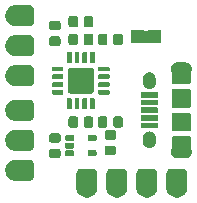
<source format=gbr>
G04 #@! TF.GenerationSoftware,KiCad,Pcbnew,5.1.0-060a0da~80~ubuntu18.04.1*
G04 #@! TF.CreationDate,2019-04-12T23:32:23+02:00*
G04 #@! TF.ProjectId,mav_sbus_bridge,6d61765f-7362-4757-935f-627269646765,rev?*
G04 #@! TF.SameCoordinates,Original*
G04 #@! TF.FileFunction,Soldermask,Top*
G04 #@! TF.FilePolarity,Negative*
%FSLAX46Y46*%
G04 Gerber Fmt 4.6, Leading zero omitted, Abs format (unit mm)*
G04 Created by KiCad (PCBNEW 5.1.0-060a0da~80~ubuntu18.04.1) date 2019-04-12 23:32:23*
%MOMM*%
%LPD*%
G04 APERTURE LIST*
%ADD10C,0.100000*%
G04 APERTURE END LIST*
D10*
G36*
X147547828Y-111950526D02*
G01*
X147629882Y-111975417D01*
X147705496Y-112015833D01*
X147771774Y-112070226D01*
X147826167Y-112136504D01*
X147866583Y-112212118D01*
X147891474Y-112294172D01*
X147900000Y-112380732D01*
X147900000Y-113603268D01*
X147891474Y-113689828D01*
X147866583Y-113771882D01*
X147844736Y-113812757D01*
X147843687Y-113814974D01*
X147797570Y-113926310D01*
X147699076Y-114073717D01*
X147573717Y-114199076D01*
X147426310Y-114297570D01*
X147262520Y-114365414D01*
X147088642Y-114400000D01*
X146911358Y-114400000D01*
X146737480Y-114365414D01*
X146573690Y-114297570D01*
X146426283Y-114199076D01*
X146300924Y-114073717D01*
X146202430Y-113926310D01*
X146156313Y-113814974D01*
X146155264Y-113812757D01*
X146133417Y-113771882D01*
X146108526Y-113689828D01*
X146100000Y-113603268D01*
X146100000Y-112380732D01*
X146108526Y-112294172D01*
X146133417Y-112212118D01*
X146173833Y-112136504D01*
X146228226Y-112070226D01*
X146294504Y-112015833D01*
X146370118Y-111975417D01*
X146452172Y-111950526D01*
X146538732Y-111942000D01*
X147461268Y-111942000D01*
X147547828Y-111950526D01*
X147547828Y-111950526D01*
G37*
G36*
X152627828Y-111950526D02*
G01*
X152709882Y-111975417D01*
X152785496Y-112015833D01*
X152851774Y-112070226D01*
X152906167Y-112136504D01*
X152946583Y-112212118D01*
X152971474Y-112294172D01*
X152980000Y-112380732D01*
X152980000Y-113603268D01*
X152971474Y-113689828D01*
X152946583Y-113771882D01*
X152924736Y-113812757D01*
X152923687Y-113814974D01*
X152877570Y-113926310D01*
X152779076Y-114073717D01*
X152653717Y-114199076D01*
X152506310Y-114297570D01*
X152342520Y-114365414D01*
X152168642Y-114400000D01*
X151991358Y-114400000D01*
X151817480Y-114365414D01*
X151653690Y-114297570D01*
X151506283Y-114199076D01*
X151380924Y-114073717D01*
X151282430Y-113926310D01*
X151236313Y-113814974D01*
X151235264Y-113812757D01*
X151213417Y-113771882D01*
X151188526Y-113689828D01*
X151180000Y-113603268D01*
X151180000Y-112380732D01*
X151188526Y-112294172D01*
X151213417Y-112212118D01*
X151253833Y-112136504D01*
X151308226Y-112070226D01*
X151374504Y-112015833D01*
X151450118Y-111975417D01*
X151532172Y-111950526D01*
X151618732Y-111942000D01*
X152541268Y-111942000D01*
X152627828Y-111950526D01*
X152627828Y-111950526D01*
G37*
G36*
X155167828Y-111950526D02*
G01*
X155249882Y-111975417D01*
X155325496Y-112015833D01*
X155391774Y-112070226D01*
X155446167Y-112136504D01*
X155486583Y-112212118D01*
X155511474Y-112294172D01*
X155520000Y-112380732D01*
X155520000Y-113603268D01*
X155511474Y-113689828D01*
X155486583Y-113771882D01*
X155464736Y-113812757D01*
X155463687Y-113814974D01*
X155417570Y-113926310D01*
X155319076Y-114073717D01*
X155193717Y-114199076D01*
X155046310Y-114297570D01*
X154882520Y-114365414D01*
X154708642Y-114400000D01*
X154531358Y-114400000D01*
X154357480Y-114365414D01*
X154193690Y-114297570D01*
X154046283Y-114199076D01*
X153920924Y-114073717D01*
X153822430Y-113926310D01*
X153776313Y-113814974D01*
X153775264Y-113812757D01*
X153753417Y-113771882D01*
X153728526Y-113689828D01*
X153720000Y-113603268D01*
X153720000Y-112380732D01*
X153728526Y-112294172D01*
X153753417Y-112212118D01*
X153793833Y-112136504D01*
X153848226Y-112070226D01*
X153914504Y-112015833D01*
X153990118Y-111975417D01*
X154072172Y-111950526D01*
X154158732Y-111942000D01*
X155081268Y-111942000D01*
X155167828Y-111950526D01*
X155167828Y-111950526D01*
G37*
G36*
X150087828Y-111950526D02*
G01*
X150169882Y-111975417D01*
X150245496Y-112015833D01*
X150311774Y-112070226D01*
X150366167Y-112136504D01*
X150406583Y-112212118D01*
X150431474Y-112294172D01*
X150440000Y-112380732D01*
X150440000Y-113603268D01*
X150431474Y-113689828D01*
X150406583Y-113771882D01*
X150384736Y-113812757D01*
X150383687Y-113814974D01*
X150337570Y-113926310D01*
X150239076Y-114073717D01*
X150113717Y-114199076D01*
X149966310Y-114297570D01*
X149802520Y-114365414D01*
X149628642Y-114400000D01*
X149451358Y-114400000D01*
X149277480Y-114365414D01*
X149113690Y-114297570D01*
X148966283Y-114199076D01*
X148840924Y-114073717D01*
X148742430Y-113926310D01*
X148696313Y-113814974D01*
X148695264Y-113812757D01*
X148673417Y-113771882D01*
X148648526Y-113689828D01*
X148640000Y-113603268D01*
X148640000Y-112380732D01*
X148648526Y-112294172D01*
X148673417Y-112212118D01*
X148713833Y-112136504D01*
X148768226Y-112070226D01*
X148834504Y-112015833D01*
X148910118Y-111975417D01*
X148992172Y-111950526D01*
X149078732Y-111942000D01*
X150001268Y-111942000D01*
X150087828Y-111950526D01*
X150087828Y-111950526D01*
G37*
G36*
X142205828Y-111188526D02*
G01*
X142287882Y-111213417D01*
X142363496Y-111253833D01*
X142429774Y-111308226D01*
X142484167Y-111374504D01*
X142524583Y-111450118D01*
X142549474Y-111532172D01*
X142558000Y-111618732D01*
X142558000Y-112541268D01*
X142549474Y-112627828D01*
X142524583Y-112709882D01*
X142484167Y-112785496D01*
X142429774Y-112851774D01*
X142363496Y-112906167D01*
X142287882Y-112946583D01*
X142205828Y-112971474D01*
X142119268Y-112980000D01*
X140896732Y-112980000D01*
X140810172Y-112971474D01*
X140728118Y-112946583D01*
X140687243Y-112924736D01*
X140685026Y-112923687D01*
X140642729Y-112906167D01*
X140573690Y-112877570D01*
X140426283Y-112779076D01*
X140300924Y-112653717D01*
X140202430Y-112506310D01*
X140134586Y-112342520D01*
X140100000Y-112168642D01*
X140100000Y-111991358D01*
X140134586Y-111817480D01*
X140202430Y-111653690D01*
X140300924Y-111506283D01*
X140426283Y-111380924D01*
X140573690Y-111282430D01*
X140685026Y-111236313D01*
X140687243Y-111235264D01*
X140728118Y-111213417D01*
X140810172Y-111188526D01*
X140896732Y-111180000D01*
X142119268Y-111180000D01*
X142205828Y-111188526D01*
X142205828Y-111188526D01*
G37*
G36*
X144624059Y-110253722D02*
G01*
X144659204Y-110264383D01*
X144691605Y-110281702D01*
X144719997Y-110305003D01*
X144743298Y-110333395D01*
X144760617Y-110365796D01*
X144771278Y-110400941D01*
X144775000Y-110438732D01*
X144775000Y-110861268D01*
X144771278Y-110899059D01*
X144760617Y-110934204D01*
X144743298Y-110966605D01*
X144719997Y-110994997D01*
X144691605Y-111018298D01*
X144659204Y-111035617D01*
X144624059Y-111046278D01*
X144586268Y-111050000D01*
X144013732Y-111050000D01*
X143975941Y-111046278D01*
X143940796Y-111035617D01*
X143908395Y-111018298D01*
X143880003Y-110994997D01*
X143856702Y-110966605D01*
X143839383Y-110934204D01*
X143828722Y-110899059D01*
X143825000Y-110861268D01*
X143825000Y-110438732D01*
X143828722Y-110400941D01*
X143839383Y-110365796D01*
X143856702Y-110333395D01*
X143880003Y-110305003D01*
X143908395Y-110281702D01*
X143940796Y-110264383D01*
X143975941Y-110253722D01*
X144013732Y-110250000D01*
X144586268Y-110250000D01*
X144624059Y-110253722D01*
X144624059Y-110253722D01*
G37*
G36*
X155687293Y-109202809D02*
G01*
X155713529Y-109210768D01*
X155737714Y-109223695D01*
X155758910Y-109241090D01*
X155776305Y-109262286D01*
X155789232Y-109286471D01*
X155797191Y-109312707D01*
X155800000Y-109341231D01*
X155800000Y-110215656D01*
X155800480Y-110220533D01*
X155801903Y-110225223D01*
X155802952Y-110227440D01*
X155835591Y-110288502D01*
X155835592Y-110288506D01*
X155867042Y-110392181D01*
X155877661Y-110500000D01*
X155867042Y-110607819D01*
X155847811Y-110671214D01*
X155835591Y-110711498D01*
X155795973Y-110785617D01*
X155784521Y-110807042D01*
X155715790Y-110890790D01*
X155632042Y-110959521D01*
X155632040Y-110959522D01*
X155536498Y-111010591D01*
X155521910Y-111015016D01*
X155432819Y-111042042D01*
X155352018Y-111050000D01*
X154647982Y-111050000D01*
X154567181Y-111042042D01*
X154478090Y-111015016D01*
X154463502Y-111010591D01*
X154367960Y-110959522D01*
X154367958Y-110959521D01*
X154284210Y-110890790D01*
X154215479Y-110807042D01*
X154204027Y-110785617D01*
X154164409Y-110711498D01*
X154152189Y-110671214D01*
X154132958Y-110607819D01*
X154122339Y-110500000D01*
X154132958Y-110392181D01*
X154164408Y-110288506D01*
X154164409Y-110288502D01*
X154197048Y-110227440D01*
X154198924Y-110222913D01*
X154199880Y-110218106D01*
X154200000Y-110215656D01*
X154200000Y-109341231D01*
X154202809Y-109312707D01*
X154210768Y-109286471D01*
X154223695Y-109262286D01*
X154241090Y-109241090D01*
X154262286Y-109223695D01*
X154286471Y-109210768D01*
X154312707Y-109202809D01*
X154341231Y-109200000D01*
X155658769Y-109200000D01*
X155687293Y-109202809D01*
X155687293Y-109202809D01*
G37*
G36*
X147734425Y-110402281D02*
G01*
X147755506Y-110408675D01*
X147774936Y-110419062D01*
X147791964Y-110433036D01*
X147805938Y-110450064D01*
X147816325Y-110469494D01*
X147822719Y-110490575D01*
X147825000Y-110513732D01*
X147825000Y-110786268D01*
X147822719Y-110809425D01*
X147816325Y-110830506D01*
X147805938Y-110849936D01*
X147791964Y-110866964D01*
X147774936Y-110880938D01*
X147755506Y-110891325D01*
X147734425Y-110897719D01*
X147711268Y-110900000D01*
X147188732Y-110900000D01*
X147165575Y-110897719D01*
X147144494Y-110891325D01*
X147125064Y-110880938D01*
X147108036Y-110866964D01*
X147094062Y-110849936D01*
X147083675Y-110830506D01*
X147077281Y-110809425D01*
X147075000Y-110786268D01*
X147075000Y-110513732D01*
X147077281Y-110490575D01*
X147083675Y-110469494D01*
X147094062Y-110450064D01*
X147108036Y-110433036D01*
X147125064Y-110419062D01*
X147144494Y-110408675D01*
X147165575Y-110402281D01*
X147188732Y-110400000D01*
X147711268Y-110400000D01*
X147734425Y-110402281D01*
X147734425Y-110402281D01*
G37*
G36*
X145834425Y-110402281D02*
G01*
X145855506Y-110408675D01*
X145874936Y-110419062D01*
X145891964Y-110433036D01*
X145905938Y-110450064D01*
X145916325Y-110469494D01*
X145922719Y-110490575D01*
X145925000Y-110513732D01*
X145925000Y-110786268D01*
X145922719Y-110809425D01*
X145916325Y-110830506D01*
X145905938Y-110849936D01*
X145891964Y-110866964D01*
X145874936Y-110880938D01*
X145855506Y-110891325D01*
X145834425Y-110897719D01*
X145811268Y-110900000D01*
X145288732Y-110900000D01*
X145265575Y-110897719D01*
X145244494Y-110891325D01*
X145225064Y-110880938D01*
X145208036Y-110866964D01*
X145194062Y-110849936D01*
X145183675Y-110830506D01*
X145177281Y-110809425D01*
X145175000Y-110786268D01*
X145175000Y-110513732D01*
X145177281Y-110490575D01*
X145183675Y-110469494D01*
X145194062Y-110450064D01*
X145208036Y-110433036D01*
X145225064Y-110419062D01*
X145244494Y-110408675D01*
X145265575Y-110402281D01*
X145288732Y-110400000D01*
X145811268Y-110400000D01*
X145834425Y-110402281D01*
X145834425Y-110402281D01*
G37*
G36*
X149324059Y-110003722D02*
G01*
X149359204Y-110014383D01*
X149391605Y-110031702D01*
X149419997Y-110055003D01*
X149443298Y-110083395D01*
X149460617Y-110115796D01*
X149471278Y-110150941D01*
X149475000Y-110188732D01*
X149475000Y-110611268D01*
X149471278Y-110649059D01*
X149460617Y-110684204D01*
X149443298Y-110716605D01*
X149419997Y-110744997D01*
X149391605Y-110768298D01*
X149359204Y-110785617D01*
X149324059Y-110796278D01*
X149286268Y-110800000D01*
X148713732Y-110800000D01*
X148675941Y-110796278D01*
X148640796Y-110785617D01*
X148608395Y-110768298D01*
X148580003Y-110744997D01*
X148556702Y-110716605D01*
X148539383Y-110684204D01*
X148528722Y-110649059D01*
X148525000Y-110611268D01*
X148525000Y-110188732D01*
X148528722Y-110150941D01*
X148539383Y-110115796D01*
X148556702Y-110083395D01*
X148580003Y-110055003D01*
X148608395Y-110031702D01*
X148640796Y-110014383D01*
X148675941Y-110003722D01*
X148713732Y-110000000D01*
X149286268Y-110000000D01*
X149324059Y-110003722D01*
X149324059Y-110003722D01*
G37*
G36*
X142205828Y-108648526D02*
G01*
X142287882Y-108673417D01*
X142363496Y-108713833D01*
X142429774Y-108768226D01*
X142484167Y-108834504D01*
X142524583Y-108910118D01*
X142549474Y-108992172D01*
X142558000Y-109078732D01*
X142558000Y-110001268D01*
X142549474Y-110087828D01*
X142524583Y-110169882D01*
X142484167Y-110245496D01*
X142429774Y-110311774D01*
X142363496Y-110366167D01*
X142287882Y-110406583D01*
X142205828Y-110431474D01*
X142119268Y-110440000D01*
X140896732Y-110440000D01*
X140810172Y-110431474D01*
X140728118Y-110406583D01*
X140687243Y-110384736D01*
X140685026Y-110383687D01*
X140641834Y-110365796D01*
X140573690Y-110337570D01*
X140426283Y-110239076D01*
X140300924Y-110113717D01*
X140202430Y-109966310D01*
X140134586Y-109802520D01*
X140100000Y-109628642D01*
X140100000Y-109451358D01*
X140134586Y-109277480D01*
X140202430Y-109113690D01*
X140300924Y-108966283D01*
X140426283Y-108840924D01*
X140573690Y-108742430D01*
X140685026Y-108696313D01*
X140687243Y-108695264D01*
X140728118Y-108673417D01*
X140810172Y-108648526D01*
X140896732Y-108640000D01*
X142119268Y-108640000D01*
X142205828Y-108648526D01*
X142205828Y-108648526D01*
G37*
G36*
X145834425Y-109752281D02*
G01*
X145855506Y-109758675D01*
X145874936Y-109769062D01*
X145891964Y-109783036D01*
X145905938Y-109800064D01*
X145916325Y-109819494D01*
X145922719Y-109840575D01*
X145925000Y-109863732D01*
X145925000Y-110136268D01*
X145922719Y-110159425D01*
X145916325Y-110180506D01*
X145905938Y-110199936D01*
X145891964Y-110216964D01*
X145874936Y-110230938D01*
X145855506Y-110241325D01*
X145834425Y-110247719D01*
X145811268Y-110250000D01*
X145288732Y-110250000D01*
X145265575Y-110247719D01*
X145244494Y-110241325D01*
X145225064Y-110230938D01*
X145208036Y-110216964D01*
X145194062Y-110199936D01*
X145183675Y-110180506D01*
X145177281Y-110159425D01*
X145175000Y-110136268D01*
X145175000Y-109863732D01*
X145177281Y-109840575D01*
X145183675Y-109819494D01*
X145194062Y-109800064D01*
X145208036Y-109783036D01*
X145225064Y-109769062D01*
X145244494Y-109758675D01*
X145265575Y-109752281D01*
X145288732Y-109750000D01*
X145811268Y-109750000D01*
X145834425Y-109752281D01*
X145834425Y-109752281D01*
G37*
G36*
X152407818Y-108807958D02*
G01*
X152495327Y-108834504D01*
X152511497Y-108839409D01*
X152573930Y-108872781D01*
X152607042Y-108890479D01*
X152690790Y-108959210D01*
X152759521Y-109042958D01*
X152759522Y-109042960D01*
X152810591Y-109138502D01*
X152810661Y-109138732D01*
X152842042Y-109242181D01*
X152850000Y-109322982D01*
X152850000Y-109677017D01*
X152842042Y-109757818D01*
X152810592Y-109861493D01*
X152759521Y-109957042D01*
X152690790Y-110040790D01*
X152607042Y-110109521D01*
X152607040Y-110109522D01*
X152511498Y-110160591D01*
X152506167Y-110162208D01*
X152407819Y-110192042D01*
X152300000Y-110202661D01*
X152192182Y-110192042D01*
X152093834Y-110162208D01*
X152088503Y-110160591D01*
X151992961Y-110109522D01*
X151992959Y-110109521D01*
X151909211Y-110040790D01*
X151840480Y-109957042D01*
X151790605Y-109863732D01*
X151789409Y-109861495D01*
X151776668Y-109819494D01*
X151757958Y-109757819D01*
X151750000Y-109677018D01*
X151750000Y-109322983D01*
X151757958Y-109242182D01*
X151789408Y-109138507D01*
X151789409Y-109138503D01*
X151828272Y-109065796D01*
X151840479Y-109042958D01*
X151909210Y-108959210D01*
X151992958Y-108890479D01*
X151998423Y-108887558D01*
X152088502Y-108839409D01*
X152104672Y-108834504D01*
X152192181Y-108807958D01*
X152300000Y-108797339D01*
X152407818Y-108807958D01*
X152407818Y-108807958D01*
G37*
G36*
X144624059Y-108953722D02*
G01*
X144659204Y-108964383D01*
X144691605Y-108981702D01*
X144719997Y-109005003D01*
X144743298Y-109033395D01*
X144760617Y-109065796D01*
X144771278Y-109100941D01*
X144775000Y-109138732D01*
X144775000Y-109561268D01*
X144771278Y-109599059D01*
X144760617Y-109634204D01*
X144743298Y-109666605D01*
X144719997Y-109694997D01*
X144691605Y-109718298D01*
X144659204Y-109735617D01*
X144624059Y-109746278D01*
X144586268Y-109750000D01*
X144013732Y-109750000D01*
X143975941Y-109746278D01*
X143940796Y-109735617D01*
X143908395Y-109718298D01*
X143880003Y-109694997D01*
X143856702Y-109666605D01*
X143839383Y-109634204D01*
X143828722Y-109599059D01*
X143825000Y-109561268D01*
X143825000Y-109138732D01*
X143828722Y-109100941D01*
X143839383Y-109065796D01*
X143856702Y-109033395D01*
X143880003Y-109005003D01*
X143908395Y-108981702D01*
X143940796Y-108964383D01*
X143975941Y-108953722D01*
X144013732Y-108950000D01*
X144586268Y-108950000D01*
X144624059Y-108953722D01*
X144624059Y-108953722D01*
G37*
G36*
X145834425Y-109102281D02*
G01*
X145855506Y-109108675D01*
X145874936Y-109119062D01*
X145891964Y-109133036D01*
X145905938Y-109150064D01*
X145916325Y-109169494D01*
X145922719Y-109190575D01*
X145925000Y-109213732D01*
X145925000Y-109486268D01*
X145922719Y-109509425D01*
X145916325Y-109530506D01*
X145905938Y-109549936D01*
X145891964Y-109566964D01*
X145874936Y-109580938D01*
X145855506Y-109591325D01*
X145834425Y-109597719D01*
X145811268Y-109600000D01*
X145288732Y-109600000D01*
X145265575Y-109597719D01*
X145244494Y-109591325D01*
X145225064Y-109580938D01*
X145208036Y-109566964D01*
X145194062Y-109549936D01*
X145183675Y-109530506D01*
X145177281Y-109509425D01*
X145175000Y-109486268D01*
X145175000Y-109213732D01*
X145177281Y-109190575D01*
X145183675Y-109169494D01*
X145194062Y-109150064D01*
X145208036Y-109133036D01*
X145225064Y-109119062D01*
X145244494Y-109108675D01*
X145265575Y-109102281D01*
X145288732Y-109100000D01*
X145811268Y-109100000D01*
X145834425Y-109102281D01*
X145834425Y-109102281D01*
G37*
G36*
X147734425Y-109102281D02*
G01*
X147755506Y-109108675D01*
X147774936Y-109119062D01*
X147791964Y-109133036D01*
X147805938Y-109150064D01*
X147816325Y-109169494D01*
X147822719Y-109190575D01*
X147825000Y-109213732D01*
X147825000Y-109486268D01*
X147822719Y-109509425D01*
X147816325Y-109530506D01*
X147805938Y-109549936D01*
X147791964Y-109566964D01*
X147774936Y-109580938D01*
X147755506Y-109591325D01*
X147734425Y-109597719D01*
X147711268Y-109600000D01*
X147188732Y-109600000D01*
X147165575Y-109597719D01*
X147144494Y-109591325D01*
X147125064Y-109580938D01*
X147108036Y-109566964D01*
X147094062Y-109549936D01*
X147083675Y-109530506D01*
X147077281Y-109509425D01*
X147075000Y-109486268D01*
X147075000Y-109213732D01*
X147077281Y-109190575D01*
X147083675Y-109169494D01*
X147094062Y-109150064D01*
X147108036Y-109133036D01*
X147125064Y-109119062D01*
X147144494Y-109108675D01*
X147165575Y-109102281D01*
X147188732Y-109100000D01*
X147711268Y-109100000D01*
X147734425Y-109102281D01*
X147734425Y-109102281D01*
G37*
G36*
X149324059Y-108703722D02*
G01*
X149359204Y-108714383D01*
X149391605Y-108731702D01*
X149419997Y-108755003D01*
X149443298Y-108783395D01*
X149460617Y-108815796D01*
X149471278Y-108850941D01*
X149475000Y-108888732D01*
X149475000Y-109311268D01*
X149471278Y-109349059D01*
X149460617Y-109384204D01*
X149443298Y-109416605D01*
X149419997Y-109444997D01*
X149391605Y-109468298D01*
X149359204Y-109485617D01*
X149324059Y-109496278D01*
X149286268Y-109500000D01*
X148713732Y-109500000D01*
X148675941Y-109496278D01*
X148640796Y-109485617D01*
X148608395Y-109468298D01*
X148580003Y-109444997D01*
X148556702Y-109416605D01*
X148539383Y-109384204D01*
X148528722Y-109349059D01*
X148525000Y-109311268D01*
X148525000Y-108888732D01*
X148528722Y-108850941D01*
X148539383Y-108815796D01*
X148556702Y-108783395D01*
X148580003Y-108755003D01*
X148608395Y-108731702D01*
X148640796Y-108714383D01*
X148675941Y-108703722D01*
X148713732Y-108700000D01*
X149286268Y-108700000D01*
X149324059Y-108703722D01*
X149324059Y-108703722D01*
G37*
G36*
X155687293Y-107202809D02*
G01*
X155713529Y-107210768D01*
X155737714Y-107223695D01*
X155758910Y-107241090D01*
X155776305Y-107262286D01*
X155789232Y-107286471D01*
X155797191Y-107312707D01*
X155800000Y-107341231D01*
X155800000Y-108658769D01*
X155797191Y-108687293D01*
X155789232Y-108713529D01*
X155776305Y-108737714D01*
X155758910Y-108758910D01*
X155737714Y-108776305D01*
X155713529Y-108789232D01*
X155687293Y-108797191D01*
X155658769Y-108800000D01*
X154341231Y-108800000D01*
X154312707Y-108797191D01*
X154286471Y-108789232D01*
X154262286Y-108776305D01*
X154241090Y-108758910D01*
X154223695Y-108737714D01*
X154210768Y-108713529D01*
X154202809Y-108687293D01*
X154200000Y-108658769D01*
X154200000Y-107341231D01*
X154202809Y-107312707D01*
X154210768Y-107286471D01*
X154223695Y-107262286D01*
X154241090Y-107241090D01*
X154262286Y-107223695D01*
X154286471Y-107210768D01*
X154312707Y-107202809D01*
X154341231Y-107200000D01*
X155658769Y-107200000D01*
X155687293Y-107202809D01*
X155687293Y-107202809D01*
G37*
G36*
X152934425Y-108052281D02*
G01*
X152955506Y-108058675D01*
X152974936Y-108069062D01*
X152991964Y-108083036D01*
X153005938Y-108100064D01*
X153016325Y-108119494D01*
X153022719Y-108140575D01*
X153025000Y-108163732D01*
X153025000Y-108436268D01*
X153022719Y-108459425D01*
X153016325Y-108480506D01*
X153005938Y-108499936D01*
X152991964Y-108516964D01*
X152974936Y-108530938D01*
X152955506Y-108541325D01*
X152934425Y-108547719D01*
X152911268Y-108550000D01*
X151688732Y-108550000D01*
X151665575Y-108547719D01*
X151644494Y-108541325D01*
X151625064Y-108530938D01*
X151608036Y-108516964D01*
X151594062Y-108499936D01*
X151583675Y-108480506D01*
X151577281Y-108459425D01*
X151575000Y-108436268D01*
X151575000Y-108163732D01*
X151577281Y-108140575D01*
X151583675Y-108119494D01*
X151594062Y-108100064D01*
X151608036Y-108083036D01*
X151625064Y-108069062D01*
X151644494Y-108058675D01*
X151665575Y-108052281D01*
X151688732Y-108050000D01*
X152911268Y-108050000D01*
X152934425Y-108052281D01*
X152934425Y-108052281D01*
G37*
G36*
X148599059Y-107528722D02*
G01*
X148634204Y-107539383D01*
X148666605Y-107556702D01*
X148694997Y-107580003D01*
X148718298Y-107608395D01*
X148735617Y-107640796D01*
X148746278Y-107675941D01*
X148750000Y-107713732D01*
X148750000Y-108286268D01*
X148746278Y-108324059D01*
X148735617Y-108359204D01*
X148718298Y-108391605D01*
X148694997Y-108419997D01*
X148666605Y-108443298D01*
X148634204Y-108460617D01*
X148599059Y-108471278D01*
X148561268Y-108475000D01*
X148138732Y-108475000D01*
X148100941Y-108471278D01*
X148065796Y-108460617D01*
X148033395Y-108443298D01*
X148005003Y-108419997D01*
X147981702Y-108391605D01*
X147964383Y-108359204D01*
X147953722Y-108324059D01*
X147950000Y-108286268D01*
X147950000Y-107713732D01*
X147953722Y-107675941D01*
X147964383Y-107640796D01*
X147981702Y-107608395D01*
X148005003Y-107580003D01*
X148033395Y-107556702D01*
X148065796Y-107539383D01*
X148100941Y-107528722D01*
X148138732Y-107525000D01*
X148561268Y-107525000D01*
X148599059Y-107528722D01*
X148599059Y-107528722D01*
G37*
G36*
X147399059Y-107528722D02*
G01*
X147434204Y-107539383D01*
X147466605Y-107556702D01*
X147494997Y-107580003D01*
X147518298Y-107608395D01*
X147535617Y-107640796D01*
X147546278Y-107675941D01*
X147550000Y-107713732D01*
X147550000Y-108286268D01*
X147546278Y-108324059D01*
X147535617Y-108359204D01*
X147518298Y-108391605D01*
X147494997Y-108419997D01*
X147466605Y-108443298D01*
X147434204Y-108460617D01*
X147399059Y-108471278D01*
X147361268Y-108475000D01*
X146938732Y-108475000D01*
X146900941Y-108471278D01*
X146865796Y-108460617D01*
X146833395Y-108443298D01*
X146805003Y-108419997D01*
X146781702Y-108391605D01*
X146764383Y-108359204D01*
X146753722Y-108324059D01*
X146750000Y-108286268D01*
X146750000Y-107713732D01*
X146753722Y-107675941D01*
X146764383Y-107640796D01*
X146781702Y-107608395D01*
X146805003Y-107580003D01*
X146833395Y-107556702D01*
X146865796Y-107539383D01*
X146900941Y-107528722D01*
X146938732Y-107525000D01*
X147361268Y-107525000D01*
X147399059Y-107528722D01*
X147399059Y-107528722D01*
G37*
G36*
X146099059Y-107528722D02*
G01*
X146134204Y-107539383D01*
X146166605Y-107556702D01*
X146194997Y-107580003D01*
X146218298Y-107608395D01*
X146235617Y-107640796D01*
X146246278Y-107675941D01*
X146250000Y-107713732D01*
X146250000Y-108286268D01*
X146246278Y-108324059D01*
X146235617Y-108359204D01*
X146218298Y-108391605D01*
X146194997Y-108419997D01*
X146166605Y-108443298D01*
X146134204Y-108460617D01*
X146099059Y-108471278D01*
X146061268Y-108475000D01*
X145638732Y-108475000D01*
X145600941Y-108471278D01*
X145565796Y-108460617D01*
X145533395Y-108443298D01*
X145505003Y-108419997D01*
X145481702Y-108391605D01*
X145464383Y-108359204D01*
X145453722Y-108324059D01*
X145450000Y-108286268D01*
X145450000Y-107713732D01*
X145453722Y-107675941D01*
X145464383Y-107640796D01*
X145481702Y-107608395D01*
X145505003Y-107580003D01*
X145533395Y-107556702D01*
X145565796Y-107539383D01*
X145600941Y-107528722D01*
X145638732Y-107525000D01*
X146061268Y-107525000D01*
X146099059Y-107528722D01*
X146099059Y-107528722D01*
G37*
G36*
X149899059Y-107528722D02*
G01*
X149934204Y-107539383D01*
X149966605Y-107556702D01*
X149994997Y-107580003D01*
X150018298Y-107608395D01*
X150035617Y-107640796D01*
X150046278Y-107675941D01*
X150050000Y-107713732D01*
X150050000Y-108286268D01*
X150046278Y-108324059D01*
X150035617Y-108359204D01*
X150018298Y-108391605D01*
X149994997Y-108419997D01*
X149966605Y-108443298D01*
X149934204Y-108460617D01*
X149899059Y-108471278D01*
X149861268Y-108475000D01*
X149438732Y-108475000D01*
X149400941Y-108471278D01*
X149365796Y-108460617D01*
X149333395Y-108443298D01*
X149305003Y-108419997D01*
X149281702Y-108391605D01*
X149264383Y-108359204D01*
X149253722Y-108324059D01*
X149250000Y-108286268D01*
X149250000Y-107713732D01*
X149253722Y-107675941D01*
X149264383Y-107640796D01*
X149281702Y-107608395D01*
X149305003Y-107580003D01*
X149333395Y-107556702D01*
X149365796Y-107539383D01*
X149400941Y-107528722D01*
X149438732Y-107525000D01*
X149861268Y-107525000D01*
X149899059Y-107528722D01*
X149899059Y-107528722D01*
G37*
G36*
X142205828Y-106108526D02*
G01*
X142287882Y-106133417D01*
X142363496Y-106173833D01*
X142429774Y-106228226D01*
X142484167Y-106294504D01*
X142524583Y-106370118D01*
X142549474Y-106452172D01*
X142558000Y-106538732D01*
X142558000Y-107461268D01*
X142549474Y-107547828D01*
X142524583Y-107629882D01*
X142484167Y-107705496D01*
X142429774Y-107771774D01*
X142363496Y-107826167D01*
X142287882Y-107866583D01*
X142205828Y-107891474D01*
X142119268Y-107900000D01*
X140896732Y-107900000D01*
X140810172Y-107891474D01*
X140728118Y-107866583D01*
X140687243Y-107844736D01*
X140685026Y-107843687D01*
X140642729Y-107826167D01*
X140573690Y-107797570D01*
X140426283Y-107699076D01*
X140300924Y-107573717D01*
X140202430Y-107426310D01*
X140134586Y-107262520D01*
X140100000Y-107088642D01*
X140100000Y-106911358D01*
X140134586Y-106737480D01*
X140202430Y-106573690D01*
X140300924Y-106426283D01*
X140426283Y-106300924D01*
X140573690Y-106202430D01*
X140685026Y-106156313D01*
X140687243Y-106155264D01*
X140728118Y-106133417D01*
X140810172Y-106108526D01*
X140896732Y-106100000D01*
X142119268Y-106100000D01*
X142205828Y-106108526D01*
X142205828Y-106108526D01*
G37*
G36*
X152934425Y-107402281D02*
G01*
X152955506Y-107408675D01*
X152974936Y-107419062D01*
X152991964Y-107433036D01*
X153005938Y-107450064D01*
X153016325Y-107469494D01*
X153022719Y-107490575D01*
X153025000Y-107513732D01*
X153025000Y-107786268D01*
X153022719Y-107809425D01*
X153016325Y-107830506D01*
X153005938Y-107849936D01*
X152991964Y-107866964D01*
X152974936Y-107880938D01*
X152955506Y-107891325D01*
X152934425Y-107897719D01*
X152911268Y-107900000D01*
X151688732Y-107900000D01*
X151665575Y-107897719D01*
X151644494Y-107891325D01*
X151625064Y-107880938D01*
X151608036Y-107866964D01*
X151594062Y-107849936D01*
X151583675Y-107830506D01*
X151577281Y-107809425D01*
X151575000Y-107786268D01*
X151575000Y-107513732D01*
X151577281Y-107490575D01*
X151583675Y-107469494D01*
X151594062Y-107450064D01*
X151608036Y-107433036D01*
X151625064Y-107419062D01*
X151644494Y-107408675D01*
X151665575Y-107402281D01*
X151688732Y-107400000D01*
X152911268Y-107400000D01*
X152934425Y-107402281D01*
X152934425Y-107402281D01*
G37*
G36*
X152934425Y-106752281D02*
G01*
X152955506Y-106758675D01*
X152974936Y-106769062D01*
X152991964Y-106783036D01*
X153005938Y-106800064D01*
X153016325Y-106819494D01*
X153022719Y-106840575D01*
X153025000Y-106863732D01*
X153025000Y-107136268D01*
X153022719Y-107159425D01*
X153016325Y-107180506D01*
X153005938Y-107199936D01*
X152991964Y-107216964D01*
X152974936Y-107230938D01*
X152955506Y-107241325D01*
X152934425Y-107247719D01*
X152911268Y-107250000D01*
X151688732Y-107250000D01*
X151665575Y-107247719D01*
X151644494Y-107241325D01*
X151625064Y-107230938D01*
X151608036Y-107216964D01*
X151594062Y-107199936D01*
X151583675Y-107180506D01*
X151577281Y-107159425D01*
X151575000Y-107136268D01*
X151575000Y-106863732D01*
X151577281Y-106840575D01*
X151583675Y-106819494D01*
X151594062Y-106800064D01*
X151608036Y-106783036D01*
X151625064Y-106769062D01*
X151644494Y-106758675D01*
X151665575Y-106752281D01*
X151688732Y-106750000D01*
X152911268Y-106750000D01*
X152934425Y-106752281D01*
X152934425Y-106752281D01*
G37*
G36*
X147604548Y-105976801D02*
G01*
X147620937Y-105981771D01*
X147636046Y-105989849D01*
X147649286Y-106000714D01*
X147660151Y-106013954D01*
X147668229Y-106029063D01*
X147673199Y-106045452D01*
X147675000Y-106063733D01*
X147675000Y-106836267D01*
X147673199Y-106854548D01*
X147668229Y-106870937D01*
X147660151Y-106886046D01*
X147649286Y-106899286D01*
X147636046Y-106910151D01*
X147620937Y-106918229D01*
X147604548Y-106923199D01*
X147586267Y-106925000D01*
X147363733Y-106925000D01*
X147345452Y-106923199D01*
X147329063Y-106918229D01*
X147313954Y-106910151D01*
X147300714Y-106899286D01*
X147289849Y-106886046D01*
X147281771Y-106870937D01*
X147276801Y-106854548D01*
X147275000Y-106836267D01*
X147275000Y-106063733D01*
X147276801Y-106045452D01*
X147281771Y-106029063D01*
X147289849Y-106013954D01*
X147300714Y-106000714D01*
X147313954Y-105989849D01*
X147329063Y-105981771D01*
X147345452Y-105976801D01*
X147363733Y-105975000D01*
X147586267Y-105975000D01*
X147604548Y-105976801D01*
X147604548Y-105976801D01*
G37*
G36*
X145654548Y-105976801D02*
G01*
X145670937Y-105981771D01*
X145686046Y-105989849D01*
X145699286Y-106000714D01*
X145710151Y-106013954D01*
X145718229Y-106029063D01*
X145723199Y-106045452D01*
X145725000Y-106063733D01*
X145725000Y-106836267D01*
X145723199Y-106854548D01*
X145718229Y-106870937D01*
X145710151Y-106886046D01*
X145699286Y-106899286D01*
X145686046Y-106910151D01*
X145670937Y-106918229D01*
X145654548Y-106923199D01*
X145636267Y-106925000D01*
X145413733Y-106925000D01*
X145395452Y-106923199D01*
X145379063Y-106918229D01*
X145363954Y-106910151D01*
X145350714Y-106899286D01*
X145339849Y-106886046D01*
X145331771Y-106870937D01*
X145326801Y-106854548D01*
X145325000Y-106836267D01*
X145325000Y-106063733D01*
X145326801Y-106045452D01*
X145331771Y-106029063D01*
X145339849Y-106013954D01*
X145350714Y-106000714D01*
X145363954Y-105989849D01*
X145379063Y-105981771D01*
X145395452Y-105976801D01*
X145413733Y-105975000D01*
X145636267Y-105975000D01*
X145654548Y-105976801D01*
X145654548Y-105976801D01*
G37*
G36*
X146304548Y-105976801D02*
G01*
X146320937Y-105981771D01*
X146336046Y-105989849D01*
X146349286Y-106000714D01*
X146360151Y-106013954D01*
X146368229Y-106029063D01*
X146373199Y-106045452D01*
X146375000Y-106063733D01*
X146375000Y-106836267D01*
X146373199Y-106854548D01*
X146368229Y-106870937D01*
X146360151Y-106886046D01*
X146349286Y-106899286D01*
X146336046Y-106910151D01*
X146320937Y-106918229D01*
X146304548Y-106923199D01*
X146286267Y-106925000D01*
X146063733Y-106925000D01*
X146045452Y-106923199D01*
X146029063Y-106918229D01*
X146013954Y-106910151D01*
X146000714Y-106899286D01*
X145989849Y-106886046D01*
X145981771Y-106870937D01*
X145976801Y-106854548D01*
X145975000Y-106836267D01*
X145975000Y-106063733D01*
X145976801Y-106045452D01*
X145981771Y-106029063D01*
X145989849Y-106013954D01*
X146000714Y-106000714D01*
X146013954Y-105989849D01*
X146029063Y-105981771D01*
X146045452Y-105976801D01*
X146063733Y-105975000D01*
X146286267Y-105975000D01*
X146304548Y-105976801D01*
X146304548Y-105976801D01*
G37*
G36*
X146954548Y-105976801D02*
G01*
X146970937Y-105981771D01*
X146986046Y-105989849D01*
X146999286Y-106000714D01*
X147010151Y-106013954D01*
X147018229Y-106029063D01*
X147023199Y-106045452D01*
X147025000Y-106063733D01*
X147025000Y-106836267D01*
X147023199Y-106854548D01*
X147018229Y-106870937D01*
X147010151Y-106886046D01*
X146999286Y-106899286D01*
X146986046Y-106910151D01*
X146970937Y-106918229D01*
X146954548Y-106923199D01*
X146936267Y-106925000D01*
X146713733Y-106925000D01*
X146695452Y-106923199D01*
X146679063Y-106918229D01*
X146663954Y-106910151D01*
X146650714Y-106899286D01*
X146639849Y-106886046D01*
X146631771Y-106870937D01*
X146626801Y-106854548D01*
X146625000Y-106836267D01*
X146625000Y-106063733D01*
X146626801Y-106045452D01*
X146631771Y-106029063D01*
X146639849Y-106013954D01*
X146650714Y-106000714D01*
X146663954Y-105989849D01*
X146679063Y-105981771D01*
X146695452Y-105976801D01*
X146713733Y-105975000D01*
X146936267Y-105975000D01*
X146954548Y-105976801D01*
X146954548Y-105976801D01*
G37*
G36*
X155687293Y-105202809D02*
G01*
X155713529Y-105210768D01*
X155737714Y-105223695D01*
X155758910Y-105241090D01*
X155776305Y-105262286D01*
X155789232Y-105286471D01*
X155797191Y-105312707D01*
X155800000Y-105341231D01*
X155800000Y-106658769D01*
X155797191Y-106687293D01*
X155789232Y-106713529D01*
X155776305Y-106737714D01*
X155758910Y-106758910D01*
X155737714Y-106776305D01*
X155713529Y-106789232D01*
X155687293Y-106797191D01*
X155658769Y-106800000D01*
X154341231Y-106800000D01*
X154312707Y-106797191D01*
X154286471Y-106789232D01*
X154262286Y-106776305D01*
X154241090Y-106758910D01*
X154223695Y-106737714D01*
X154210768Y-106713529D01*
X154202809Y-106687293D01*
X154200000Y-106658769D01*
X154200000Y-105341231D01*
X154202809Y-105312707D01*
X154210768Y-105286471D01*
X154223695Y-105262286D01*
X154241090Y-105241090D01*
X154262286Y-105223695D01*
X154286471Y-105210768D01*
X154312707Y-105202809D01*
X154341231Y-105200000D01*
X155658769Y-105200000D01*
X155687293Y-105202809D01*
X155687293Y-105202809D01*
G37*
G36*
X152934425Y-106102281D02*
G01*
X152955506Y-106108675D01*
X152974936Y-106119062D01*
X152991964Y-106133036D01*
X153005938Y-106150064D01*
X153016325Y-106169494D01*
X153022719Y-106190575D01*
X153025000Y-106213732D01*
X153025000Y-106486268D01*
X153022719Y-106509425D01*
X153016325Y-106530506D01*
X153005938Y-106549936D01*
X152991964Y-106566964D01*
X152974936Y-106580938D01*
X152955506Y-106591325D01*
X152934425Y-106597719D01*
X152911268Y-106600000D01*
X151688732Y-106600000D01*
X151665575Y-106597719D01*
X151644494Y-106591325D01*
X151625064Y-106580938D01*
X151608036Y-106566964D01*
X151594062Y-106549936D01*
X151583675Y-106530506D01*
X151577281Y-106509425D01*
X151575000Y-106486268D01*
X151575000Y-106213732D01*
X151577281Y-106190575D01*
X151583675Y-106169494D01*
X151594062Y-106150064D01*
X151608036Y-106133036D01*
X151625064Y-106119062D01*
X151644494Y-106108675D01*
X151665575Y-106102281D01*
X151688732Y-106100000D01*
X152911268Y-106100000D01*
X152934425Y-106102281D01*
X152934425Y-106102281D01*
G37*
G36*
X152934425Y-105452281D02*
G01*
X152955506Y-105458675D01*
X152974936Y-105469062D01*
X152991964Y-105483036D01*
X153005938Y-105500064D01*
X153016325Y-105519494D01*
X153022719Y-105540575D01*
X153025000Y-105563732D01*
X153025000Y-105836268D01*
X153022719Y-105859425D01*
X153016325Y-105880506D01*
X153005938Y-105899936D01*
X152991964Y-105916964D01*
X152974936Y-105930938D01*
X152955506Y-105941325D01*
X152934425Y-105947719D01*
X152911268Y-105950000D01*
X151688732Y-105950000D01*
X151665575Y-105947719D01*
X151644494Y-105941325D01*
X151625064Y-105930938D01*
X151608036Y-105916964D01*
X151594062Y-105899936D01*
X151583675Y-105880506D01*
X151577281Y-105859425D01*
X151575000Y-105836268D01*
X151575000Y-105563732D01*
X151577281Y-105540575D01*
X151583675Y-105519494D01*
X151594062Y-105500064D01*
X151608036Y-105483036D01*
X151625064Y-105469062D01*
X151644494Y-105458675D01*
X151665575Y-105452281D01*
X151688732Y-105450000D01*
X152911268Y-105450000D01*
X152934425Y-105452281D01*
X152934425Y-105452281D01*
G37*
G36*
X144954548Y-105276801D02*
G01*
X144970937Y-105281771D01*
X144986046Y-105289849D01*
X144999286Y-105300714D01*
X145010151Y-105313954D01*
X145018229Y-105329063D01*
X145023199Y-105345452D01*
X145025000Y-105363733D01*
X145025000Y-105586267D01*
X145023199Y-105604548D01*
X145018229Y-105620937D01*
X145010151Y-105636046D01*
X144999286Y-105649286D01*
X144986046Y-105660151D01*
X144970937Y-105668229D01*
X144954548Y-105673199D01*
X144936267Y-105675000D01*
X144163733Y-105675000D01*
X144145452Y-105673199D01*
X144129063Y-105668229D01*
X144113954Y-105660151D01*
X144100714Y-105649286D01*
X144089849Y-105636046D01*
X144081771Y-105620937D01*
X144076801Y-105604548D01*
X144075000Y-105586267D01*
X144075000Y-105363733D01*
X144076801Y-105345452D01*
X144081771Y-105329063D01*
X144089849Y-105313954D01*
X144100714Y-105300714D01*
X144113954Y-105289849D01*
X144129063Y-105281771D01*
X144145452Y-105276801D01*
X144163733Y-105275000D01*
X144936267Y-105275000D01*
X144954548Y-105276801D01*
X144954548Y-105276801D01*
G37*
G36*
X148854548Y-105276801D02*
G01*
X148870937Y-105281771D01*
X148886046Y-105289849D01*
X148899286Y-105300714D01*
X148910151Y-105313954D01*
X148918229Y-105329063D01*
X148923199Y-105345452D01*
X148925000Y-105363733D01*
X148925000Y-105586267D01*
X148923199Y-105604548D01*
X148918229Y-105620937D01*
X148910151Y-105636046D01*
X148899286Y-105649286D01*
X148886046Y-105660151D01*
X148870937Y-105668229D01*
X148854548Y-105673199D01*
X148836267Y-105675000D01*
X148063733Y-105675000D01*
X148045452Y-105673199D01*
X148029063Y-105668229D01*
X148013954Y-105660151D01*
X148000714Y-105649286D01*
X147989849Y-105636046D01*
X147981771Y-105620937D01*
X147976801Y-105604548D01*
X147975000Y-105586267D01*
X147975000Y-105363733D01*
X147976801Y-105345452D01*
X147981771Y-105329063D01*
X147989849Y-105313954D01*
X148000714Y-105300714D01*
X148013954Y-105289849D01*
X148029063Y-105281771D01*
X148045452Y-105276801D01*
X148063733Y-105275000D01*
X148836267Y-105275000D01*
X148854548Y-105276801D01*
X148854548Y-105276801D01*
G37*
G36*
X147404497Y-103404786D02*
G01*
X147450035Y-103418599D01*
X147491999Y-103441029D01*
X147528783Y-103471217D01*
X147558971Y-103508001D01*
X147581401Y-103549965D01*
X147595214Y-103595503D01*
X147600000Y-103644090D01*
X147600000Y-105355910D01*
X147595214Y-105404497D01*
X147581401Y-105450035D01*
X147558971Y-105491999D01*
X147528783Y-105528783D01*
X147491999Y-105558971D01*
X147450035Y-105581401D01*
X147404497Y-105595214D01*
X147355910Y-105600000D01*
X145644090Y-105600000D01*
X145595503Y-105595214D01*
X145549965Y-105581401D01*
X145508001Y-105558971D01*
X145471217Y-105528783D01*
X145441029Y-105491999D01*
X145418599Y-105450035D01*
X145404786Y-105404497D01*
X145400000Y-105355910D01*
X145400000Y-103644090D01*
X145404786Y-103595503D01*
X145418599Y-103549965D01*
X145441029Y-103508001D01*
X145471217Y-103471217D01*
X145508001Y-103441029D01*
X145549965Y-103418599D01*
X145595503Y-103404786D01*
X145644090Y-103400000D01*
X147355910Y-103400000D01*
X147404497Y-103404786D01*
X147404497Y-103404786D01*
G37*
G36*
X152407818Y-103807958D02*
G01*
X152496909Y-103834984D01*
X152511497Y-103839409D01*
X152573930Y-103872781D01*
X152607042Y-103890479D01*
X152690790Y-103959210D01*
X152759521Y-104042958D01*
X152759522Y-104042960D01*
X152810591Y-104138502D01*
X152815016Y-104153090D01*
X152842042Y-104242181D01*
X152850000Y-104322982D01*
X152850000Y-104677017D01*
X152842042Y-104757818D01*
X152810592Y-104861493D01*
X152759521Y-104957042D01*
X152690790Y-105040790D01*
X152607042Y-105109521D01*
X152607040Y-105109522D01*
X152511498Y-105160591D01*
X152496910Y-105165016D01*
X152407819Y-105192042D01*
X152300000Y-105202661D01*
X152192182Y-105192042D01*
X152103091Y-105165016D01*
X152088503Y-105160591D01*
X151992961Y-105109522D01*
X151992959Y-105109521D01*
X151909211Y-105040790D01*
X151840480Y-104957042D01*
X151812215Y-104904161D01*
X151789409Y-104861495D01*
X151783471Y-104841920D01*
X151757958Y-104757819D01*
X151750000Y-104677018D01*
X151750000Y-104322983D01*
X151757958Y-104242182D01*
X151789408Y-104138507D01*
X151789409Y-104138503D01*
X151833780Y-104055491D01*
X151840479Y-104042958D01*
X151909210Y-103959210D01*
X151992958Y-103890479D01*
X151998423Y-103887558D01*
X152088502Y-103839409D01*
X152103090Y-103834984D01*
X152192181Y-103807958D01*
X152300000Y-103797339D01*
X152407818Y-103807958D01*
X152407818Y-103807958D01*
G37*
G36*
X144954548Y-104626801D02*
G01*
X144970937Y-104631771D01*
X144986046Y-104639849D01*
X144999286Y-104650714D01*
X145010151Y-104663954D01*
X145018229Y-104679063D01*
X145023199Y-104695452D01*
X145025000Y-104713733D01*
X145025000Y-104936267D01*
X145023199Y-104954548D01*
X145018229Y-104970937D01*
X145010151Y-104986046D01*
X144999286Y-104999286D01*
X144986046Y-105010151D01*
X144970937Y-105018229D01*
X144954548Y-105023199D01*
X144936267Y-105025000D01*
X144163733Y-105025000D01*
X144145452Y-105023199D01*
X144129063Y-105018229D01*
X144113954Y-105010151D01*
X144100714Y-104999286D01*
X144089849Y-104986046D01*
X144081771Y-104970937D01*
X144076801Y-104954548D01*
X144075000Y-104936267D01*
X144075000Y-104713733D01*
X144076801Y-104695452D01*
X144081771Y-104679063D01*
X144089849Y-104663954D01*
X144100714Y-104650714D01*
X144113954Y-104639849D01*
X144129063Y-104631771D01*
X144145452Y-104626801D01*
X144163733Y-104625000D01*
X144936267Y-104625000D01*
X144954548Y-104626801D01*
X144954548Y-104626801D01*
G37*
G36*
X148854548Y-104626801D02*
G01*
X148870937Y-104631771D01*
X148886046Y-104639849D01*
X148899286Y-104650714D01*
X148910151Y-104663954D01*
X148918229Y-104679063D01*
X148923199Y-104695452D01*
X148925000Y-104713733D01*
X148925000Y-104936267D01*
X148923199Y-104954548D01*
X148918229Y-104970937D01*
X148910151Y-104986046D01*
X148899286Y-104999286D01*
X148886046Y-105010151D01*
X148870937Y-105018229D01*
X148854548Y-105023199D01*
X148836267Y-105025000D01*
X148063733Y-105025000D01*
X148045452Y-105023199D01*
X148029063Y-105018229D01*
X148013954Y-105010151D01*
X148000714Y-104999286D01*
X147989849Y-104986046D01*
X147981771Y-104970937D01*
X147976801Y-104954548D01*
X147975000Y-104936267D01*
X147975000Y-104713733D01*
X147976801Y-104695452D01*
X147981771Y-104679063D01*
X147989849Y-104663954D01*
X148000714Y-104650714D01*
X148013954Y-104639849D01*
X148029063Y-104631771D01*
X148045452Y-104626801D01*
X148063733Y-104625000D01*
X148836267Y-104625000D01*
X148854548Y-104626801D01*
X148854548Y-104626801D01*
G37*
G36*
X142205828Y-103188526D02*
G01*
X142287882Y-103213417D01*
X142363496Y-103253833D01*
X142429774Y-103308226D01*
X142484167Y-103374504D01*
X142524583Y-103450118D01*
X142549474Y-103532172D01*
X142558000Y-103618732D01*
X142558000Y-104541268D01*
X142549474Y-104627828D01*
X142524583Y-104709882D01*
X142484167Y-104785496D01*
X142429774Y-104851774D01*
X142363496Y-104906167D01*
X142287882Y-104946583D01*
X142205828Y-104971474D01*
X142119268Y-104980000D01*
X140896732Y-104980000D01*
X140810172Y-104971474D01*
X140728118Y-104946583D01*
X140687243Y-104924736D01*
X140685026Y-104923687D01*
X140642729Y-104906167D01*
X140573690Y-104877570D01*
X140426283Y-104779076D01*
X140300924Y-104653717D01*
X140202430Y-104506310D01*
X140134586Y-104342520D01*
X140100000Y-104168642D01*
X140100000Y-103991358D01*
X140134586Y-103817480D01*
X140202430Y-103653690D01*
X140300924Y-103506283D01*
X140426283Y-103380924D01*
X140573690Y-103282430D01*
X140685026Y-103236313D01*
X140687243Y-103235264D01*
X140728118Y-103213417D01*
X140810172Y-103188526D01*
X140896732Y-103180000D01*
X142119268Y-103180000D01*
X142205828Y-103188526D01*
X142205828Y-103188526D01*
G37*
G36*
X155432819Y-102957958D02*
G01*
X155521910Y-102984984D01*
X155536498Y-102989409D01*
X155603083Y-103025000D01*
X155632042Y-103040479D01*
X155715790Y-103109210D01*
X155784521Y-103192958D01*
X155784522Y-103192960D01*
X155835591Y-103288502D01*
X155835592Y-103288506D01*
X155867042Y-103392181D01*
X155877661Y-103500000D01*
X155867042Y-103607819D01*
X155850221Y-103663268D01*
X155835591Y-103711498D01*
X155802952Y-103772560D01*
X155801076Y-103777087D01*
X155800120Y-103781894D01*
X155800000Y-103784344D01*
X155800000Y-104658769D01*
X155797191Y-104687293D01*
X155789232Y-104713529D01*
X155776305Y-104737714D01*
X155758910Y-104758910D01*
X155737714Y-104776305D01*
X155713529Y-104789232D01*
X155687293Y-104797191D01*
X155658769Y-104800000D01*
X154341231Y-104800000D01*
X154312707Y-104797191D01*
X154286471Y-104789232D01*
X154262286Y-104776305D01*
X154241090Y-104758910D01*
X154223695Y-104737714D01*
X154210768Y-104713529D01*
X154202809Y-104687293D01*
X154200000Y-104658769D01*
X154200000Y-103784344D01*
X154199520Y-103779467D01*
X154198097Y-103774777D01*
X154197048Y-103772560D01*
X154164409Y-103711498D01*
X154149779Y-103663268D01*
X154132958Y-103607819D01*
X154122339Y-103500000D01*
X154132958Y-103392181D01*
X154164408Y-103288506D01*
X154164409Y-103288502D01*
X154215478Y-103192960D01*
X154215479Y-103192958D01*
X154284210Y-103109210D01*
X154367958Y-103040479D01*
X154396917Y-103025000D01*
X154463502Y-102989409D01*
X154478090Y-102984984D01*
X154567181Y-102957958D01*
X154647982Y-102950000D01*
X155352018Y-102950000D01*
X155432819Y-102957958D01*
X155432819Y-102957958D01*
G37*
G36*
X148854548Y-103976801D02*
G01*
X148870937Y-103981771D01*
X148886046Y-103989849D01*
X148899286Y-104000714D01*
X148910151Y-104013954D01*
X148918229Y-104029063D01*
X148923199Y-104045452D01*
X148925000Y-104063733D01*
X148925000Y-104286267D01*
X148923199Y-104304548D01*
X148918229Y-104320937D01*
X148910151Y-104336046D01*
X148899286Y-104349286D01*
X148886046Y-104360151D01*
X148870937Y-104368229D01*
X148854548Y-104373199D01*
X148836267Y-104375000D01*
X148063733Y-104375000D01*
X148045452Y-104373199D01*
X148029063Y-104368229D01*
X148013954Y-104360151D01*
X148000714Y-104349286D01*
X147989849Y-104336046D01*
X147981771Y-104320937D01*
X147976801Y-104304548D01*
X147975000Y-104286267D01*
X147975000Y-104063733D01*
X147976801Y-104045452D01*
X147981771Y-104029063D01*
X147989849Y-104013954D01*
X148000714Y-104000714D01*
X148013954Y-103989849D01*
X148029063Y-103981771D01*
X148045452Y-103976801D01*
X148063733Y-103975000D01*
X148836267Y-103975000D01*
X148854548Y-103976801D01*
X148854548Y-103976801D01*
G37*
G36*
X144954548Y-103976801D02*
G01*
X144970937Y-103981771D01*
X144986046Y-103989849D01*
X144999286Y-104000714D01*
X145010151Y-104013954D01*
X145018229Y-104029063D01*
X145023199Y-104045452D01*
X145025000Y-104063733D01*
X145025000Y-104286267D01*
X145023199Y-104304548D01*
X145018229Y-104320937D01*
X145010151Y-104336046D01*
X144999286Y-104349286D01*
X144986046Y-104360151D01*
X144970937Y-104368229D01*
X144954548Y-104373199D01*
X144936267Y-104375000D01*
X144163733Y-104375000D01*
X144145452Y-104373199D01*
X144129063Y-104368229D01*
X144113954Y-104360151D01*
X144100714Y-104349286D01*
X144089849Y-104336046D01*
X144081771Y-104320937D01*
X144076801Y-104304548D01*
X144075000Y-104286267D01*
X144075000Y-104063733D01*
X144076801Y-104045452D01*
X144081771Y-104029063D01*
X144089849Y-104013954D01*
X144100714Y-104000714D01*
X144113954Y-103989849D01*
X144129063Y-103981771D01*
X144145452Y-103976801D01*
X144163733Y-103975000D01*
X144936267Y-103975000D01*
X144954548Y-103976801D01*
X144954548Y-103976801D01*
G37*
G36*
X148854548Y-103326801D02*
G01*
X148870937Y-103331771D01*
X148886046Y-103339849D01*
X148899286Y-103350714D01*
X148910151Y-103363954D01*
X148918229Y-103379063D01*
X148923199Y-103395452D01*
X148925000Y-103413733D01*
X148925000Y-103636267D01*
X148923199Y-103654548D01*
X148918229Y-103670937D01*
X148910151Y-103686046D01*
X148899286Y-103699286D01*
X148886046Y-103710151D01*
X148870937Y-103718229D01*
X148854548Y-103723199D01*
X148836267Y-103725000D01*
X148063733Y-103725000D01*
X148045452Y-103723199D01*
X148029063Y-103718229D01*
X148013954Y-103710151D01*
X148000714Y-103699286D01*
X147989849Y-103686046D01*
X147981771Y-103670937D01*
X147976801Y-103654548D01*
X147975000Y-103636267D01*
X147975000Y-103413733D01*
X147976801Y-103395452D01*
X147981771Y-103379063D01*
X147989849Y-103363954D01*
X148000714Y-103350714D01*
X148013954Y-103339849D01*
X148029063Y-103331771D01*
X148045452Y-103326801D01*
X148063733Y-103325000D01*
X148836267Y-103325000D01*
X148854548Y-103326801D01*
X148854548Y-103326801D01*
G37*
G36*
X144954548Y-103326801D02*
G01*
X144970937Y-103331771D01*
X144986046Y-103339849D01*
X144999286Y-103350714D01*
X145010151Y-103363954D01*
X145018229Y-103379063D01*
X145023199Y-103395452D01*
X145025000Y-103413733D01*
X145025000Y-103636267D01*
X145023199Y-103654548D01*
X145018229Y-103670937D01*
X145010151Y-103686046D01*
X144999286Y-103699286D01*
X144986046Y-103710151D01*
X144970937Y-103718229D01*
X144954548Y-103723199D01*
X144936267Y-103725000D01*
X144163733Y-103725000D01*
X144145452Y-103723199D01*
X144129063Y-103718229D01*
X144113954Y-103710151D01*
X144100714Y-103699286D01*
X144089849Y-103686046D01*
X144081771Y-103670937D01*
X144076801Y-103654548D01*
X144075000Y-103636267D01*
X144075000Y-103413733D01*
X144076801Y-103395452D01*
X144081771Y-103379063D01*
X144089849Y-103363954D01*
X144100714Y-103350714D01*
X144113954Y-103339849D01*
X144129063Y-103331771D01*
X144145452Y-103326801D01*
X144163733Y-103325000D01*
X144936267Y-103325000D01*
X144954548Y-103326801D01*
X144954548Y-103326801D01*
G37*
G36*
X147604548Y-102076801D02*
G01*
X147620937Y-102081771D01*
X147636046Y-102089849D01*
X147649286Y-102100714D01*
X147660151Y-102113954D01*
X147668229Y-102129063D01*
X147673199Y-102145452D01*
X147675000Y-102163733D01*
X147675000Y-102936267D01*
X147673199Y-102954548D01*
X147668229Y-102970937D01*
X147660151Y-102986046D01*
X147649286Y-102999286D01*
X147636046Y-103010151D01*
X147620937Y-103018229D01*
X147604548Y-103023199D01*
X147586267Y-103025000D01*
X147363733Y-103025000D01*
X147345452Y-103023199D01*
X147329063Y-103018229D01*
X147313954Y-103010151D01*
X147300714Y-102999286D01*
X147289849Y-102986046D01*
X147281771Y-102970937D01*
X147276801Y-102954548D01*
X147275000Y-102936267D01*
X147275000Y-102163733D01*
X147276801Y-102145452D01*
X147281771Y-102129063D01*
X147289849Y-102113954D01*
X147300714Y-102100714D01*
X147313954Y-102089849D01*
X147329063Y-102081771D01*
X147345452Y-102076801D01*
X147363733Y-102075000D01*
X147586267Y-102075000D01*
X147604548Y-102076801D01*
X147604548Y-102076801D01*
G37*
G36*
X145654548Y-102076801D02*
G01*
X145670937Y-102081771D01*
X145686046Y-102089849D01*
X145699286Y-102100714D01*
X145710151Y-102113954D01*
X145718229Y-102129063D01*
X145723199Y-102145452D01*
X145725000Y-102163733D01*
X145725000Y-102936267D01*
X145723199Y-102954548D01*
X145718229Y-102970937D01*
X145710151Y-102986046D01*
X145699286Y-102999286D01*
X145686046Y-103010151D01*
X145670937Y-103018229D01*
X145654548Y-103023199D01*
X145636267Y-103025000D01*
X145413733Y-103025000D01*
X145395452Y-103023199D01*
X145379063Y-103018229D01*
X145363954Y-103010151D01*
X145350714Y-102999286D01*
X145339849Y-102986046D01*
X145331771Y-102970937D01*
X145326801Y-102954548D01*
X145325000Y-102936267D01*
X145325000Y-102163733D01*
X145326801Y-102145452D01*
X145331771Y-102129063D01*
X145339849Y-102113954D01*
X145350714Y-102100714D01*
X145363954Y-102089849D01*
X145379063Y-102081771D01*
X145395452Y-102076801D01*
X145413733Y-102075000D01*
X145636267Y-102075000D01*
X145654548Y-102076801D01*
X145654548Y-102076801D01*
G37*
G36*
X146304548Y-102076801D02*
G01*
X146320937Y-102081771D01*
X146336046Y-102089849D01*
X146349286Y-102100714D01*
X146360151Y-102113954D01*
X146368229Y-102129063D01*
X146373199Y-102145452D01*
X146375000Y-102163733D01*
X146375000Y-102936267D01*
X146373199Y-102954548D01*
X146368229Y-102970937D01*
X146360151Y-102986046D01*
X146349286Y-102999286D01*
X146336046Y-103010151D01*
X146320937Y-103018229D01*
X146304548Y-103023199D01*
X146286267Y-103025000D01*
X146063733Y-103025000D01*
X146045452Y-103023199D01*
X146029063Y-103018229D01*
X146013954Y-103010151D01*
X146000714Y-102999286D01*
X145989849Y-102986046D01*
X145981771Y-102970937D01*
X145976801Y-102954548D01*
X145975000Y-102936267D01*
X145975000Y-102163733D01*
X145976801Y-102145452D01*
X145981771Y-102129063D01*
X145989849Y-102113954D01*
X146000714Y-102100714D01*
X146013954Y-102089849D01*
X146029063Y-102081771D01*
X146045452Y-102076801D01*
X146063733Y-102075000D01*
X146286267Y-102075000D01*
X146304548Y-102076801D01*
X146304548Y-102076801D01*
G37*
G36*
X146954548Y-102076801D02*
G01*
X146970937Y-102081771D01*
X146986046Y-102089849D01*
X146999286Y-102100714D01*
X147010151Y-102113954D01*
X147018229Y-102129063D01*
X147023199Y-102145452D01*
X147025000Y-102163733D01*
X147025000Y-102936267D01*
X147023199Y-102954548D01*
X147018229Y-102970937D01*
X147010151Y-102986046D01*
X146999286Y-102999286D01*
X146986046Y-103010151D01*
X146970937Y-103018229D01*
X146954548Y-103023199D01*
X146936267Y-103025000D01*
X146713733Y-103025000D01*
X146695452Y-103023199D01*
X146679063Y-103018229D01*
X146663954Y-103010151D01*
X146650714Y-102999286D01*
X146639849Y-102986046D01*
X146631771Y-102970937D01*
X146626801Y-102954548D01*
X146625000Y-102936267D01*
X146625000Y-102163733D01*
X146626801Y-102145452D01*
X146631771Y-102129063D01*
X146639849Y-102113954D01*
X146650714Y-102100714D01*
X146663954Y-102089849D01*
X146679063Y-102081771D01*
X146695452Y-102076801D01*
X146713733Y-102075000D01*
X146936267Y-102075000D01*
X146954548Y-102076801D01*
X146954548Y-102076801D01*
G37*
G36*
X142205828Y-100648526D02*
G01*
X142287882Y-100673417D01*
X142363496Y-100713833D01*
X142429774Y-100768226D01*
X142484167Y-100834504D01*
X142524583Y-100910118D01*
X142549474Y-100992172D01*
X142558000Y-101078732D01*
X142558000Y-102001268D01*
X142549474Y-102087828D01*
X142524583Y-102169882D01*
X142484167Y-102245496D01*
X142429774Y-102311774D01*
X142363496Y-102366167D01*
X142287882Y-102406583D01*
X142205828Y-102431474D01*
X142119268Y-102440000D01*
X140896732Y-102440000D01*
X140810172Y-102431474D01*
X140728118Y-102406583D01*
X140687243Y-102384736D01*
X140685026Y-102383687D01*
X140642729Y-102366167D01*
X140573690Y-102337570D01*
X140426283Y-102239076D01*
X140300924Y-102113717D01*
X140202430Y-101966310D01*
X140134586Y-101802520D01*
X140100000Y-101628642D01*
X140100000Y-101451358D01*
X140134586Y-101277480D01*
X140202430Y-101113690D01*
X140300924Y-100966283D01*
X140426283Y-100840924D01*
X140573690Y-100742430D01*
X140685026Y-100696313D01*
X140687243Y-100695264D01*
X140728118Y-100673417D01*
X140810172Y-100648526D01*
X140896732Y-100640000D01*
X142119268Y-100640000D01*
X142205828Y-100648526D01*
X142205828Y-100648526D01*
G37*
G36*
X144624059Y-100753722D02*
G01*
X144659204Y-100764383D01*
X144691605Y-100781702D01*
X144719997Y-100805003D01*
X144743298Y-100833395D01*
X144760617Y-100865796D01*
X144771278Y-100900941D01*
X144775000Y-100938732D01*
X144775000Y-101361268D01*
X144771278Y-101399059D01*
X144760617Y-101434204D01*
X144743298Y-101466605D01*
X144719997Y-101494997D01*
X144691605Y-101518298D01*
X144659204Y-101535617D01*
X144624059Y-101546278D01*
X144586268Y-101550000D01*
X144013732Y-101550000D01*
X143975941Y-101546278D01*
X143940796Y-101535617D01*
X143908395Y-101518298D01*
X143880003Y-101494997D01*
X143856702Y-101466605D01*
X143839383Y-101434204D01*
X143828722Y-101399059D01*
X143825000Y-101361268D01*
X143825000Y-100938732D01*
X143828722Y-100900941D01*
X143839383Y-100865796D01*
X143856702Y-100833395D01*
X143880003Y-100805003D01*
X143908395Y-100781702D01*
X143940796Y-100764383D01*
X143975941Y-100753722D01*
X144013732Y-100750000D01*
X144586268Y-100750000D01*
X144624059Y-100753722D01*
X144624059Y-100753722D01*
G37*
G36*
X149899059Y-100528722D02*
G01*
X149934204Y-100539383D01*
X149966605Y-100556702D01*
X149994997Y-100580003D01*
X150018298Y-100608395D01*
X150035617Y-100640796D01*
X150046278Y-100675941D01*
X150050000Y-100713732D01*
X150050000Y-101286268D01*
X150046278Y-101324059D01*
X150035617Y-101359204D01*
X150018298Y-101391605D01*
X149994997Y-101419997D01*
X149966605Y-101443298D01*
X149934204Y-101460617D01*
X149899059Y-101471278D01*
X149861268Y-101475000D01*
X149438732Y-101475000D01*
X149400941Y-101471278D01*
X149365796Y-101460617D01*
X149333395Y-101443298D01*
X149305003Y-101419997D01*
X149281702Y-101391605D01*
X149264383Y-101359204D01*
X149253722Y-101324059D01*
X149250000Y-101286268D01*
X149250000Y-100713732D01*
X149253722Y-100675941D01*
X149264383Y-100640796D01*
X149281702Y-100608395D01*
X149305003Y-100580003D01*
X149333395Y-100556702D01*
X149365796Y-100539383D01*
X149400941Y-100528722D01*
X149438732Y-100525000D01*
X149861268Y-100525000D01*
X149899059Y-100528722D01*
X149899059Y-100528722D01*
G37*
G36*
X146099059Y-100528722D02*
G01*
X146134204Y-100539383D01*
X146166605Y-100556702D01*
X146194997Y-100580003D01*
X146218298Y-100608395D01*
X146235617Y-100640796D01*
X146246278Y-100675941D01*
X146250000Y-100713732D01*
X146250000Y-101286268D01*
X146246278Y-101324059D01*
X146235617Y-101359204D01*
X146218298Y-101391605D01*
X146194997Y-101419997D01*
X146166605Y-101443298D01*
X146134204Y-101460617D01*
X146099059Y-101471278D01*
X146061268Y-101475000D01*
X145638732Y-101475000D01*
X145600941Y-101471278D01*
X145565796Y-101460617D01*
X145533395Y-101443298D01*
X145505003Y-101419997D01*
X145481702Y-101391605D01*
X145464383Y-101359204D01*
X145453722Y-101324059D01*
X145450000Y-101286268D01*
X145450000Y-100713732D01*
X145453722Y-100675941D01*
X145464383Y-100640796D01*
X145481702Y-100608395D01*
X145505003Y-100580003D01*
X145533395Y-100556702D01*
X145565796Y-100539383D01*
X145600941Y-100528722D01*
X145638732Y-100525000D01*
X146061268Y-100525000D01*
X146099059Y-100528722D01*
X146099059Y-100528722D01*
G37*
G36*
X147399059Y-100528722D02*
G01*
X147434204Y-100539383D01*
X147466605Y-100556702D01*
X147494997Y-100580003D01*
X147518298Y-100608395D01*
X147535617Y-100640796D01*
X147546278Y-100675941D01*
X147550000Y-100713732D01*
X147550000Y-101286268D01*
X147546278Y-101324059D01*
X147535617Y-101359204D01*
X147518298Y-101391605D01*
X147494997Y-101419997D01*
X147466605Y-101443298D01*
X147434204Y-101460617D01*
X147399059Y-101471278D01*
X147361268Y-101475000D01*
X146938732Y-101475000D01*
X146900941Y-101471278D01*
X146865796Y-101460617D01*
X146833395Y-101443298D01*
X146805003Y-101419997D01*
X146781702Y-101391605D01*
X146764383Y-101359204D01*
X146753722Y-101324059D01*
X146750000Y-101286268D01*
X146750000Y-100713732D01*
X146753722Y-100675941D01*
X146764383Y-100640796D01*
X146781702Y-100608395D01*
X146805003Y-100580003D01*
X146833395Y-100556702D01*
X146865796Y-100539383D01*
X146900941Y-100528722D01*
X146938732Y-100525000D01*
X147361268Y-100525000D01*
X147399059Y-100528722D01*
X147399059Y-100528722D01*
G37*
G36*
X148599059Y-100528722D02*
G01*
X148634204Y-100539383D01*
X148666605Y-100556702D01*
X148694997Y-100580003D01*
X148718298Y-100608395D01*
X148735617Y-100640796D01*
X148746278Y-100675941D01*
X148750000Y-100713732D01*
X148750000Y-101286268D01*
X148746278Y-101324059D01*
X148735617Y-101359204D01*
X148718298Y-101391605D01*
X148694997Y-101419997D01*
X148666605Y-101443298D01*
X148634204Y-101460617D01*
X148599059Y-101471278D01*
X148561268Y-101475000D01*
X148138732Y-101475000D01*
X148100941Y-101471278D01*
X148065796Y-101460617D01*
X148033395Y-101443298D01*
X148005003Y-101419997D01*
X147981702Y-101391605D01*
X147964383Y-101359204D01*
X147953722Y-101324059D01*
X147950000Y-101286268D01*
X147950000Y-100713732D01*
X147953722Y-100675941D01*
X147964383Y-100640796D01*
X147981702Y-100608395D01*
X148005003Y-100580003D01*
X148033395Y-100556702D01*
X148065796Y-100539383D01*
X148100941Y-100528722D01*
X148138732Y-100525000D01*
X148561268Y-100525000D01*
X148599059Y-100528722D01*
X148599059Y-100528722D01*
G37*
G36*
X151850000Y-100275001D02*
G01*
X151850480Y-100279878D01*
X151851903Y-100284568D01*
X151854213Y-100288890D01*
X151857322Y-100292678D01*
X151861110Y-100295787D01*
X151865432Y-100298097D01*
X151870122Y-100299520D01*
X151874999Y-100300000D01*
X152125001Y-100300000D01*
X152129878Y-100299520D01*
X152134568Y-100298097D01*
X152138890Y-100295787D01*
X152142678Y-100292678D01*
X152145787Y-100288890D01*
X152148097Y-100284568D01*
X152149520Y-100279878D01*
X152150000Y-100275001D01*
X152150000Y-100250000D01*
X153250000Y-100250000D01*
X153250000Y-101350000D01*
X152150000Y-101350000D01*
X152150000Y-101324999D01*
X152149520Y-101320122D01*
X152148097Y-101315432D01*
X152145787Y-101311110D01*
X152142678Y-101307322D01*
X152138890Y-101304213D01*
X152134568Y-101301903D01*
X152129878Y-101300480D01*
X152125001Y-101300000D01*
X151874999Y-101300000D01*
X151870122Y-101300480D01*
X151865432Y-101301903D01*
X151861110Y-101304213D01*
X151857322Y-101307322D01*
X151854213Y-101311110D01*
X151851903Y-101315432D01*
X151850480Y-101320122D01*
X151850000Y-101324999D01*
X151850000Y-101350000D01*
X150750000Y-101350000D01*
X150750000Y-100250000D01*
X151850000Y-100250000D01*
X151850000Y-100275001D01*
X151850000Y-100275001D01*
G37*
G36*
X144624059Y-99453722D02*
G01*
X144659204Y-99464383D01*
X144691605Y-99481702D01*
X144719997Y-99505003D01*
X144743298Y-99533395D01*
X144760617Y-99565796D01*
X144771278Y-99600941D01*
X144775000Y-99638732D01*
X144775000Y-100061268D01*
X144771278Y-100099059D01*
X144760617Y-100134204D01*
X144743298Y-100166605D01*
X144719997Y-100194997D01*
X144691605Y-100218298D01*
X144659204Y-100235617D01*
X144624059Y-100246278D01*
X144586268Y-100250000D01*
X144013732Y-100250000D01*
X143975941Y-100246278D01*
X143940796Y-100235617D01*
X143908395Y-100218298D01*
X143880003Y-100194997D01*
X143856702Y-100166605D01*
X143839383Y-100134204D01*
X143828722Y-100099059D01*
X143825000Y-100061268D01*
X143825000Y-99638732D01*
X143828722Y-99600941D01*
X143839383Y-99565796D01*
X143856702Y-99533395D01*
X143880003Y-99505003D01*
X143908395Y-99481702D01*
X143940796Y-99464383D01*
X143975941Y-99453722D01*
X144013732Y-99450000D01*
X144586268Y-99450000D01*
X144624059Y-99453722D01*
X144624059Y-99453722D01*
G37*
G36*
X147399059Y-99028722D02*
G01*
X147434204Y-99039383D01*
X147466605Y-99056702D01*
X147494997Y-99080003D01*
X147518298Y-99108395D01*
X147535617Y-99140796D01*
X147546278Y-99175941D01*
X147550000Y-99213732D01*
X147550000Y-99786268D01*
X147546278Y-99824059D01*
X147535617Y-99859204D01*
X147518298Y-99891605D01*
X147494997Y-99919997D01*
X147466605Y-99943298D01*
X147434204Y-99960617D01*
X147399059Y-99971278D01*
X147361268Y-99975000D01*
X146938732Y-99975000D01*
X146900941Y-99971278D01*
X146865796Y-99960617D01*
X146833395Y-99943298D01*
X146805003Y-99919997D01*
X146781702Y-99891605D01*
X146764383Y-99859204D01*
X146753722Y-99824059D01*
X146750000Y-99786268D01*
X146750000Y-99213732D01*
X146753722Y-99175941D01*
X146764383Y-99140796D01*
X146781702Y-99108395D01*
X146805003Y-99080003D01*
X146833395Y-99056702D01*
X146865796Y-99039383D01*
X146900941Y-99028722D01*
X146938732Y-99025000D01*
X147361268Y-99025000D01*
X147399059Y-99028722D01*
X147399059Y-99028722D01*
G37*
G36*
X146099059Y-99028722D02*
G01*
X146134204Y-99039383D01*
X146166605Y-99056702D01*
X146194997Y-99080003D01*
X146218298Y-99108395D01*
X146235617Y-99140796D01*
X146246278Y-99175941D01*
X146250000Y-99213732D01*
X146250000Y-99786268D01*
X146246278Y-99824059D01*
X146235617Y-99859204D01*
X146218298Y-99891605D01*
X146194997Y-99919997D01*
X146166605Y-99943298D01*
X146134204Y-99960617D01*
X146099059Y-99971278D01*
X146061268Y-99975000D01*
X145638732Y-99975000D01*
X145600941Y-99971278D01*
X145565796Y-99960617D01*
X145533395Y-99943298D01*
X145505003Y-99919997D01*
X145481702Y-99891605D01*
X145464383Y-99859204D01*
X145453722Y-99824059D01*
X145450000Y-99786268D01*
X145450000Y-99213732D01*
X145453722Y-99175941D01*
X145464383Y-99140796D01*
X145481702Y-99108395D01*
X145505003Y-99080003D01*
X145533395Y-99056702D01*
X145565796Y-99039383D01*
X145600941Y-99028722D01*
X145638732Y-99025000D01*
X146061268Y-99025000D01*
X146099059Y-99028722D01*
X146099059Y-99028722D01*
G37*
G36*
X142205828Y-98108526D02*
G01*
X142287882Y-98133417D01*
X142363496Y-98173833D01*
X142429774Y-98228226D01*
X142484167Y-98294504D01*
X142524583Y-98370118D01*
X142549474Y-98452172D01*
X142558000Y-98538732D01*
X142558000Y-99461268D01*
X142549474Y-99547828D01*
X142524583Y-99629882D01*
X142484167Y-99705496D01*
X142429774Y-99771774D01*
X142363496Y-99826167D01*
X142287882Y-99866583D01*
X142205828Y-99891474D01*
X142119268Y-99900000D01*
X140896732Y-99900000D01*
X140810172Y-99891474D01*
X140728118Y-99866583D01*
X140687243Y-99844736D01*
X140685026Y-99843687D01*
X140642729Y-99826167D01*
X140573690Y-99797570D01*
X140426283Y-99699076D01*
X140300924Y-99573717D01*
X140202430Y-99426310D01*
X140134586Y-99262520D01*
X140100000Y-99088642D01*
X140100000Y-98911358D01*
X140134586Y-98737480D01*
X140202430Y-98573690D01*
X140300924Y-98426283D01*
X140426283Y-98300924D01*
X140573690Y-98202430D01*
X140685026Y-98156313D01*
X140687243Y-98155264D01*
X140728118Y-98133417D01*
X140810172Y-98108526D01*
X140896732Y-98100000D01*
X142119268Y-98100000D01*
X142205828Y-98108526D01*
X142205828Y-98108526D01*
G37*
M02*

</source>
